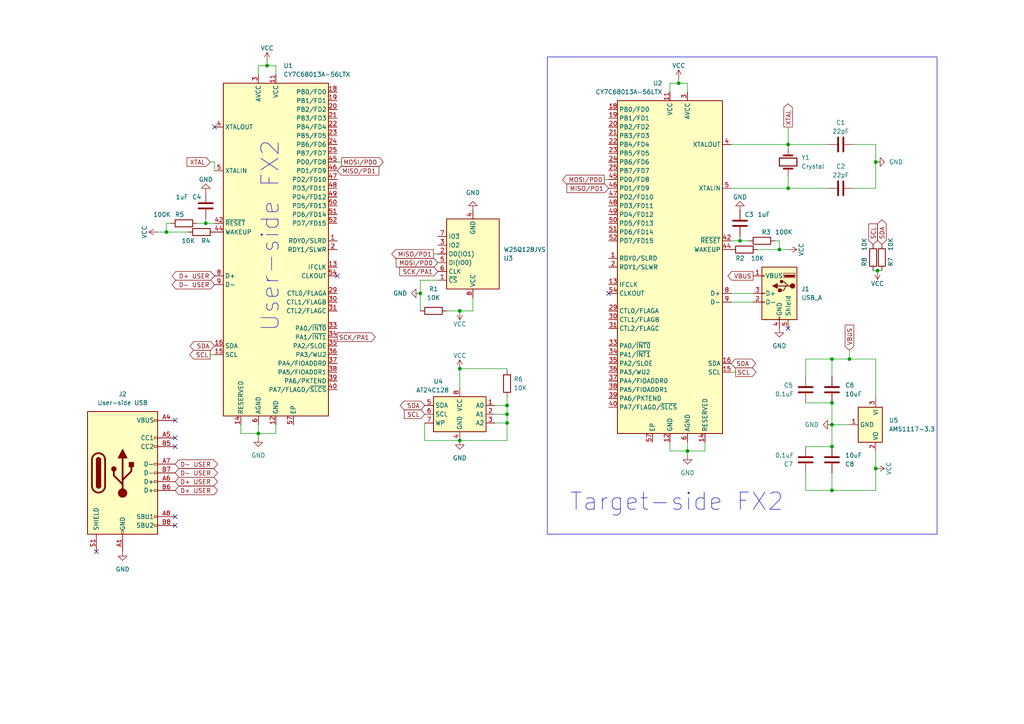
<source format=kicad_sch>
(kicad_sch (version 20230121) (generator eeschema)
  (paper "A4")
  (lib_symbols
    (symbol "Connector:USB_A" (pin_names (offset 1.016))
      (property "Reference" "J" (at -5.08 11.43 0))
      (property "Value" "USB_A" (at -5.08 8.89 0))
      (symbol "USB_A_0_1"
        (rectangle (start -5.08 -7.62) (end 5.08 7.62) (stroke (width 0.254)) (fill (type background)))
        (circle (center -3.81 2.159) (radius 0.635) (stroke (width 0.254)) (fill (type outline)))
        (rectangle (start -1.524 4.826) (end -4.318 5.334) (fill (type outline)))
        (rectangle (start -1.27 4.572) (end -4.572 5.842))
        (circle (center -0.635 3.429) (radius 0.381) (stroke (width 0.254)) (fill (type outline)))
        (rectangle (start -0.127 -7.62) (end 0.127 -6.858))
        (polyline (pts (xy -3.175 2.159) (xy -2.54 2.159) (xy -1.27 3.429) (xy -0.635 3.429)) (stroke (width 0.254)))
        (polyline (pts (xy -2.54 2.159) (xy -1.905 2.159) (xy -1.27 0.889) (xy 0 0.889)) (stroke (width 0.254)))
        (polyline (pts (xy 0.635 2.794) (xy 0.635 1.524) (xy 1.905 2.159) (xy 0.635 2.794)) (stroke (width 0.254)) (fill (type outline)))
        (rectangle (start 0.254 1.27) (end -0.508 0.508) (stroke (width 0.254)) (fill (type outline)))
        (rectangle (start 5.08 -2.667) (end 4.318 -2.413))
        (rectangle (start 5.08 -0.127) (end 4.318 0.127))
        (rectangle (start 5.08 4.953) (end 4.318 5.207))
      )
      (symbol "USB_A_1_1"
        (polyline (pts (xy -1.905 2.159) (xy 0.635 2.159)) (stroke (width 0.254)))
        (pin power_in line (at 7.62 5.08 180) (length 2.54) (name "VBUS") (number "1"))
        (pin bidirectional line (at 7.62 -2.54 180) (length 2.54) (name "D-") (number "2"))
        (pin bidirectional line (at 7.62 0 180) (length 2.54) (name "D+") (number "3"))
        (pin power_in line (at 0 -10.16 90) (length 2.54) (name "GND") (number "4"))
        (pin passive line (at -2.54 -10.16 90) (length 2.54) (name "Shield") (number "5"))
      )
    )
    (symbol "Connector:USB_C_Receptacle_USB2.0" (pin_names (offset 1.016))
      (property "Reference" "J" (at -10.16 19.05 0))
      (property "Value" "USB_C_Receptacle_USB2.0" (at 19.05 19.05 0))
      (symbol "USB_C_Receptacle_USB2.0_0_0"
        (rectangle (start -0.254 -17.78) (end 0.254 -16.764))
        (rectangle (start 10.16 -14.986) (end 9.144 -15.494))
        (rectangle (start 10.16 -12.446) (end 9.144 -12.954))
        (rectangle (start 10.16 -4.826) (end 9.144 -5.334))
        (rectangle (start 10.16 -2.286) (end 9.144 -2.794))
        (rectangle (start 10.16 0.254) (end 9.144 -0.254))
        (rectangle (start 10.16 2.794) (end 9.144 2.286))
        (rectangle (start 10.16 7.874) (end 9.144 7.366))
        (rectangle (start 10.16 10.414) (end 9.144 9.906))
        (rectangle (start 10.16 15.494) (end 9.144 14.986))
      )
      (symbol "USB_C_Receptacle_USB2.0_0_1"
        (rectangle (start -10.16 17.78) (end 10.16 -17.78) (stroke (width 0.254)) (fill (type background)))
        (arc (start -8.89 -3.81) (mid -6.985 -5.7067) (end -5.08 -3.81) (stroke (width 0.508)))
        (arc (start -7.62 -3.81) (mid -6.985 -4.4423) (end -6.35 -3.81) (stroke (width 0.254)))
        (arc (start -7.62 -3.81) (mid -6.985 -4.4423) (end -6.35 -3.81) (stroke (width 0.254)) (fill (type outline)))
        (rectangle (start -7.62 -3.81) (end -6.35 3.81) (stroke (width 0.254)) (fill (type outline)))
        (arc (start -6.35 3.81) (mid -6.985 4.4423) (end -7.62 3.81) (stroke (width 0.254)))
        (arc (start -6.35 3.81) (mid -6.985 4.4423) (end -7.62 3.81) (stroke (width 0.254)) (fill (type outline)))
        (arc (start -5.08 3.81) (mid -6.985 5.7067) (end -8.89 3.81) (stroke (width 0.508)))
        (circle (center -2.54 1.143) (radius 0.635) (stroke (width 0.254)) (fill (type outline)))
        (circle (center 0 -5.842) (radius 1.27) (fill (type outline)))
        (polyline (pts (xy -8.89 -3.81) (xy -8.89 3.81)) (stroke (width 0.508)))
        (polyline (pts (xy -5.08 3.81) (xy -5.08 -3.81)) (stroke (width 0.508)))
        (polyline (pts (xy 0 -5.842) (xy 0 4.318)) (stroke (width 0.508)))
        (polyline (pts (xy 0 -3.302) (xy -2.54 -0.762) (xy -2.54 0.508)) (stroke (width 0.508)))
        (polyline (pts (xy 0 -2.032) (xy 2.54 0.508) (xy 2.54 1.778)) (stroke (width 0.508)))
        (polyline (pts (xy -1.27 4.318) (xy 0 6.858) (xy 1.27 4.318) (xy -1.27 4.318)) (stroke (width 0.254)) (fill (type outline)))
        (rectangle (start 1.905 1.778) (end 3.175 3.048) (stroke (width 0.254)) (fill (type outline)))
      )
      (symbol "USB_C_Receptacle_USB2.0_1_1"
        (pin passive line (at 0 -22.86 90) (length 5.08) (name "GND") (number "A1"))
        (pin passive line (at 0 -22.86 90) (length 5.08) hide (name "GND") (number "A12"))
        (pin passive line (at 15.24 15.24 180) (length 5.08) (name "VBUS") (number "A4"))
        (pin bidirectional line (at 15.24 10.16 180) (length 5.08) (name "CC1") (number "A5"))
        (pin bidirectional line (at 15.24 -2.54 180) (length 5.08) (name "D+") (number "A6"))
        (pin bidirectional line (at 15.24 2.54 180) (length 5.08) (name "D-") (number "A7"))
        (pin bidirectional line (at 15.24 -12.7 180) (length 5.08) (name "SBU1") (number "A8"))
        (pin passive line (at 15.24 15.24 180) (length 5.08) hide (name "VBUS") (number "A9"))
        (pin passive line (at 0 -22.86 90) (length 5.08) hide (name "GND") (number "B1"))
        (pin passive line (at 0 -22.86 90) (length 5.08) hide (name "GND") (number "B12"))
        (pin passive line (at 15.24 15.24 180) (length 5.08) hide (name "VBUS") (number "B4"))
        (pin bidirectional line (at 15.24 7.62 180) (length 5.08) (name "CC2") (number "B5"))
        (pin bidirectional line (at 15.24 -5.08 180) (length 5.08) (name "D+") (number "B6"))
        (pin bidirectional line (at 15.24 0 180) (length 5.08) (name "D-") (number "B7"))
        (pin bidirectional line (at 15.24 -15.24 180) (length 5.08) (name "SBU2") (number "B8"))
        (pin passive line (at 15.24 15.24 180) (length 5.08) hide (name "VBUS") (number "B9"))
        (pin passive line (at -7.62 -22.86 90) (length 5.08) (name "SHIELD") (number "S1"))
      )
    )
    (symbol "Device:C" (pin_numbers hide) (pin_names (offset 0.254))
      (property "Reference" "C" (at 0.635 2.54 0))
      (property "Value" "C" (at 0.635 -2.54 0))
      (symbol "C_0_1"
        (polyline (pts (xy -2.032 -0.762) (xy 2.032 -0.762)) (stroke (width 0.508)))
        (polyline (pts (xy -2.032 0.762) (xy 2.032 0.762)) (stroke (width 0.508)))
      )
      (symbol "C_1_1"
        (pin passive line (at 0 3.81 270) (length 2.794) (name "~") (number "1"))
        (pin passive line (at 0 -3.81 90) (length 2.794) (name "~") (number "2"))
      )
    )
    (symbol "Device:Crystal" (pin_numbers hide) (pin_names (offset 1.016) hide)
      (property "Reference" "Y" (at 0 3.81 0))
      (property "Value" "Crystal" (at 0 -3.81 0))
      (symbol "Crystal_0_1"
        (rectangle (start -1.143 2.54) (end 1.143 -2.54) (stroke (width 0.3048)))
        (polyline (pts (xy -2.54 0) (xy -1.905 0)))
        (polyline (pts (xy -1.905 -1.27) (xy -1.905 1.27)) (stroke (width 0.508)))
        (polyline (pts (xy 1.905 -1.27) (xy 1.905 1.27)) (stroke (width 0.508)))
        (polyline (pts (xy 2.54 0) (xy 1.905 0)))
      )
      (symbol "Crystal_1_1"
        (pin passive line (at -3.81 0 0) (length 1.27) (name "1") (number "1"))
        (pin passive line (at 3.81 0 180) (length 1.27) (name "2") (number "2"))
      )
    )
    (symbol "Device:R" (pin_numbers hide) (pin_names (offset 0))
      (property "Reference" "R" (at 2.032 0 90))
      (property "Value" "R" (at 0 0 90))
      (symbol "R_0_1"
        (rectangle (start -1.016 -2.54) (end 1.016 2.54) (stroke (width 0.254)))
      )
      (symbol "R_1_1"
        (pin passive line (at 0 3.81 270) (length 1.27) (name "~") (number "1"))
        (pin passive line (at 0 -3.81 90) (length 1.27) (name "~") (number "2"))
      )
    )
    (symbol "MCU_Cypress:CY7C68013A-56LTX"
      (property "Reference" "U" (at -13.97 49.53 0))
      (property "Value" "CY7C68013A-56LTX" (at 11.43 49.53 0))
      (symbol "CY7C68013A-56LTX_0_1"
        (rectangle (start -15.24 48.26) (end 15.24 -48.26) (stroke (width 0.254)) (fill (type background)))
      )
      (symbol "CY7C68013A-56LTX_1_1"
        (pin input line (at 17.78 2.54 180) (length 2.54) (name "RDY0/SLRD") (number "1"))
        (pin passive line (at -5.08 -50.8 90) (length 2.54) hide (name "AGND") (number "10"))
        (pin power_in line (at 0 50.8 270) (length 2.54) (name "VCC") (number "11"))
        (pin power_in line (at 0 -50.8 90) (length 2.54) (name "GND") (number "12"))
        (pin bidirectional line (at 17.78 -5.08 180) (length 2.54) (name "IFCLK") (number "13"))
        (pin input line (at -10.16 -50.8 90) (length 2.54) (name "RESERVED") (number "14"))
        (pin input line (at -17.78 -30.48 0) (length 2.54) (name "SCL") (number "15"))
        (pin bidirectional line (at -17.78 -27.94 0) (length 2.54) (name "SDA") (number "16"))
        (pin passive line (at 0 50.8 270) (length 2.54) hide (name "VCC") (number "17"))
        (pin bidirectional line (at 17.78 45.72 180) (length 2.54) (name "PB0/FD0") (number "18"))
        (pin bidirectional line (at 17.78 43.18 180) (length 2.54) (name "PB1/FD1") (number "19"))
        (pin input line (at 17.78 0 180) (length 2.54) (name "RDY1/SLWR") (number "2"))
        (pin bidirectional line (at 17.78 40.64 180) (length 2.54) (name "PB2/FD2") (number "20"))
        (pin bidirectional line (at 17.78 38.1 180) (length 2.54) (name "PB3/FD3") (number "21"))
        (pin bidirectional line (at 17.78 35.56 180) (length 2.54) (name "PB4/FD4") (number "22"))
        (pin bidirectional line (at 17.78 33.02 180) (length 2.54) (name "PB5/FD5") (number "23"))
        (pin bidirectional line (at 17.78 30.48 180) (length 2.54) (name "PB6/FD6") (number "24"))
        (pin bidirectional line (at 17.78 27.94 180) (length 2.54) (name "PB7/FD7") (number "25"))
        (pin passive line (at 0 -50.8 90) (length 2.54) hide (name "GND") (number "26"))
        (pin passive line (at 0 50.8 270) (length 2.54) hide (name "VCC") (number "27"))
        (pin passive line (at 0 -50.8 90) (length 2.54) hide (name "GND") (number "28"))
        (pin output line (at 17.78 -12.7 180) (length 2.54) (name "CTL0/FLAGA") (number "29"))
        (pin power_in line (at -5.08 50.8 270) (length 2.54) (name "AVCC") (number "3"))
        (pin output line (at 17.78 -15.24 180) (length 2.54) (name "CTL1/FLAGB") (number "30"))
        (pin output line (at 17.78 -17.78 180) (length 2.54) (name "CTL2/FLAGC") (number "31"))
        (pin passive line (at 0 50.8 270) (length 2.54) hide (name "VCC") (number "32"))
        (pin bidirectional line (at 17.78 -22.86 180) (length 2.54) (name "PA0/~{INT0}") (number "33"))
        (pin bidirectional line (at 17.78 -25.4 180) (length 2.54) (name "PA1/~{INT1}") (number "34"))
        (pin bidirectional line (at 17.78 -27.94 180) (length 2.54) (name "PA2/SLOE") (number "35"))
        (pin bidirectional line (at 17.78 -30.48 180) (length 2.54) (name "PA3/WU2") (number "36"))
        (pin bidirectional line (at 17.78 -33.02 180) (length 2.54) (name "PA4/FIOADDR0") (number "37"))
        (pin bidirectional line (at 17.78 -35.56 180) (length 2.54) (name "PA5/FIOADDR1") (number "38"))
        (pin bidirectional line (at 17.78 -38.1 180) (length 2.54) (name "PA6/PKTEND") (number "39"))
        (pin output line (at -17.78 35.56 0) (length 2.54) (name "XTALOUT") (number "4"))
        (pin bidirectional line (at 17.78 -40.64 180) (length 2.54) (name "PA7/FLAGD/~{SLCS}") (number "40"))
        (pin passive line (at 0 -50.8 90) (length 2.54) hide (name "GND") (number "41"))
        (pin input line (at -17.78 7.62 0) (length 2.54) (name "~{RESET}") (number "42"))
        (pin passive line (at 0 50.8 270) (length 2.54) hide (name "VCC") (number "43"))
        (pin input line (at -17.78 5.08 0) (length 2.54) (name "WAKEUP") (number "44"))
        (pin bidirectional line (at 17.78 25.4 180) (length 2.54) (name "PD0/FD8") (number "45"))
        (pin bidirectional line (at 17.78 22.86 180) (length 2.54) (name "PD1/FD9") (number "46"))
        (pin bidirectional line (at 17.78 20.32 180) (length 2.54) (name "PD2/FD10") (number "47"))
        (pin bidirectional line (at 17.78 17.78 180) (length 2.54) (name "PD3/FD11") (number "48"))
        (pin bidirectional line (at 17.78 15.24 180) (length 2.54) (name "PD4/FD12") (number "49"))
        (pin input line (at -17.78 22.86 0) (length 2.54) (name "XTALIN") (number "5"))
        (pin bidirectional line (at 17.78 12.7 180) (length 2.54) (name "PD5/FD13") (number "50"))
        (pin bidirectional line (at 17.78 10.16 180) (length 2.54) (name "PD6/FD14") (number "51"))
        (pin bidirectional line (at 17.78 7.62 180) (length 2.54) (name "PD7/FD15") (number "52"))
        (pin passive line (at 0 -50.8 90) (length 2.54) hide (name "GND") (number "53"))
        (pin output line (at 17.78 -7.62 180) (length 2.54) (name "CLKOUT") (number "54"))
        (pin passive line (at 0 50.8 270) (length 2.54) hide (name "VCC") (number "55"))
        (pin passive line (at 0 -50.8 90) (length 2.54) hide (name "GND") (number "56"))
        (pin input line (at 5.08 -50.8 90) (length 2.54) (name "EP") (number "57"))
        (pin power_in line (at -5.08 -50.8 90) (length 2.54) (name "AGND") (number "6"))
        (pin passive line (at -5.08 50.8 270) (length 2.54) hide (name "AVCC") (number "7"))
        (pin bidirectional line (at -17.78 -7.62 0) (length 2.54) (name "D+") (number "8"))
        (pin bidirectional line (at -17.78 -10.16 0) (length 2.54) (name "D-") (number "9"))
      )
    )
    (symbol "Memory_EEPROM:CAT24C128"
      (property "Reference" "U" (at -6.35 6.35 0))
      (property "Value" "CAT24C128" (at 1.27 6.35 0))
      (symbol "CAT24C128_1_1"
        (rectangle (start -7.62 5.08) (end 7.62 -5.08) (stroke (width 0.254)) (fill (type background)))
        (pin input line (at -10.16 2.54 0) (length 2.54) (name "A0") (number "1"))
        (pin input line (at -10.16 0 0) (length 2.54) (name "A1") (number "2"))
        (pin input line (at -10.16 -2.54 0) (length 2.54) (name "A2") (number "3"))
        (pin power_in line (at 0 -7.62 90) (length 2.54) (name "GND") (number "4"))
        (pin bidirectional line (at 10.16 2.54 180) (length 2.54) (name "SDA") (number "5"))
        (pin input line (at 10.16 0 180) (length 2.54) (name "SCL") (number "6"))
        (pin input line (at 10.16 -2.54 180) (length 2.54) (name "WP") (number "7"))
        (pin power_in line (at 0 7.62 270) (length 2.54) (name "VCC") (number "8"))
      )
    )
    (symbol "Memory_Flash:W25Q128JVS"
      (property "Reference" "U" (at -8.89 8.89 0))
      (property "Value" "W25Q128JVS" (at 7.62 8.89 0))
      (symbol "W25Q128JVS_0_1"
        (rectangle (start -7.62 10.16) (end 7.62 -10.16) (stroke (width 0.254)) (fill (type background)))
      )
      (symbol "W25Q128JVS_1_1"
        (pin input line (at -10.16 7.62 0) (length 2.54) (name "~{CS}") (number "1"))
        (pin bidirectional line (at -10.16 0 0) (length 2.54) (name "DO(IO1)") (number "2"))
        (pin bidirectional line (at -10.16 -2.54 0) (length 2.54) (name "IO2") (number "3"))
        (pin power_in line (at 0 -12.7 90) (length 2.54) (name "GND") (number "4"))
        (pin bidirectional line (at -10.16 2.54 0) (length 2.54) (name "DI(IO0)") (number "5"))
        (pin input line (at -10.16 5.08 0) (length 2.54) (name "CLK") (number "6"))
        (pin bidirectional line (at -10.16 -5.08 0) (length 2.54) (name "IO3") (number "7"))
        (pin power_in line (at 0 12.7 270) (length 2.54) (name "VCC") (number "8"))
      )
    )
    (symbol "Regulator_Linear:AMS1117-3.3"
      (property "Reference" "U" (at -3.81 3.175 0))
      (property "Value" "AMS1117-3.3" (at 0 3.175 0))
      (symbol "AMS1117-3.3_0_1"
        (rectangle (start -5.08 -5.08) (end 5.08 1.905) (stroke (width 0.254)) (fill (type background)))
      )
      (symbol "AMS1117-3.3_1_1"
        (pin power_in line (at 0 -7.62 90) (length 2.54) (name "GND") (number "1"))
        (pin power_out line (at 7.62 0 180) (length 2.54) (name "VO") (number "2"))
        (pin power_in line (at -7.62 0 0) (length 2.54) (name "VI") (number "3"))
      )
    )
    (symbol "power:GND" (power) (pin_names (offset 0))
      (property "Value" "GND" (at 0 -3.81 0))
      (symbol "GND_0_1"
        (polyline (pts (xy 0 0) (xy 0 -1.27) (xy 1.27 -1.27) (xy 0 -2.54) (xy -1.27 -1.27) (xy 0 -1.27)))
      )
      (symbol "GND_1_1"
        (pin power_in line (at 0 0 270) (length 0) hide (name "GND") (number "1"))
      )
    )
    (symbol "power:VCC" (power) (pin_names (offset 0))
      (property "Value" "VCC" (at 0 3.81 0))
      (symbol "VCC_0_1"
        (polyline (pts (xy -0.762 1.27) (xy 0 2.54)))
        (polyline (pts (xy 0 0) (xy 0 2.54)))
        (polyline (pts (xy 0 2.54) (xy 0.762 1.27)))
      )
      (symbol "VCC_1_1"
        (pin power_in line (at 0 0 90) (length 0) hide (name "VCC") (number "1"))
      )
    )
  )
  (junction (at 254.508 78.486))
  (junction (at 241.3 142.24))
  (junction (at 133.35 127.762))
  (junction (at 241.3 129.54))
  (junction (at 48.26 67.31))
  (junction (at 254 46.99))
  (junction (at 147.066 122.682))
  (junction (at 133.35 90.17))
  (junction (at 133.35 106.934))
  (junction (at 228.6 41.91))
  (junction (at 228.6 54.61))
  (junction (at 147.066 120.142))
  (junction (at 241.3 123.19))
  (junction (at 246.38 104.14))
  (junction (at 121.92 85.09))
  (junction (at 226.06 72.39))
  (junction (at 241.3 104.14))
  (junction (at 147.066 117.602))
  (junction (at 254 135.89))
  (junction (at 196.85 24.13))
  (junction (at 59.69 64.77))
  (junction (at 199.39 130.81))
  (junction (at 74.93 125.73))
  (junction (at 214.63 69.85))
  (junction (at 241.3 116.84))
  (junction (at 77.47 19.05))
  (no_connect (at 176.53 85.09))
  (no_connect (at 50.8 149.86))
  (no_connect (at 97.79 80.01))
  (no_connect (at 228.6 95.25))
  (no_connect (at 50.8 129.54))
  (no_connect (at 50.8 152.4))
  (no_connect (at 50.8 121.92))
  (no_connect (at 62.23 36.83))
  (no_connect (at 27.94 160.02))
  (no_connect (at 50.8 127))
  (wire (pts (xy 241.3 142.24) (xy 241.3 137.16)))
  (wire (pts (xy 59.69 63.5) (xy 59.69 64.77)))
  (wire (pts (xy 214.63 68.58) (xy 214.63 69.85)))
  (wire (pts (xy 254 142.24) (xy 254 135.89)))
  (wire (pts (xy 196.85 22.86) (xy 196.85 24.13)))
  (wire (pts (xy 143.51 120.142) (xy 147.066 120.142)))
  (wire (pts (xy 241.3 123.19) (xy 246.38 123.19)))
  (wire (pts (xy 121.92 85.09) (xy 121.92 81.28)))
  (wire (pts (xy 62.23 46.99) (xy 62.23 49.53)))
  (wire (pts (xy 228.6 41.91) (xy 240.03 41.91)))
  (wire (pts (xy 254 135.89) (xy 254 130.81)))
  (wire (pts (xy 129.54 90.17) (xy 133.35 90.17)))
  (wire (pts (xy 233.68 142.24) (xy 241.3 142.24)))
  (wire (pts (xy 246.38 101.6) (xy 246.38 104.14)))
  (wire (pts (xy 123.19 122.682) (xy 123.19 127.762)))
  (wire (pts (xy 228.6 36.83) (xy 228.6 41.91)))
  (wire (pts (xy 54.61 67.31) (xy 48.26 67.31)))
  (wire (pts (xy 254.508 78.486) (xy 255.778 78.486)))
  (wire (pts (xy 213.36 107.95) (xy 212.09 107.95)))
  (wire (pts (xy 241.3 129.54) (xy 241.3 123.19)))
  (wire (pts (xy 233.68 104.14) (xy 241.3 104.14)))
  (wire (pts (xy 77.47 17.78) (xy 77.47 19.05)))
  (wire (pts (xy 199.39 130.81) (xy 199.39 132.08)))
  (wire (pts (xy 199.39 24.13) (xy 199.39 26.67)))
  (wire (pts (xy 194.31 130.81) (xy 199.39 130.81)))
  (wire (pts (xy 133.35 90.17) (xy 137.16 90.17)))
  (wire (pts (xy 194.31 128.27) (xy 194.31 130.81)))
  (wire (pts (xy 60.96 102.87) (xy 62.23 102.87)))
  (wire (pts (xy 241.3 116.84) (xy 241.3 123.19)))
  (wire (pts (xy 254 54.61) (xy 247.65 54.61)))
  (wire (pts (xy 176.53 52.07) (xy 175.26 52.07)))
  (wire (pts (xy 74.93 125.73) (xy 74.93 127)))
  (wire (pts (xy 228.6 54.61) (xy 212.09 54.61)))
  (wire (pts (xy 80.01 125.73) (xy 74.93 125.73)))
  (wire (pts (xy 123.19 127.762) (xy 133.35 127.762)))
  (wire (pts (xy 241.3 104.14) (xy 241.3 109.22)))
  (wire (pts (xy 74.93 19.05) (xy 74.93 21.59)))
  (wire (pts (xy 59.69 64.77) (xy 57.15 64.77)))
  (wire (pts (xy 254 46.99) (xy 254 54.61)))
  (wire (pts (xy 77.47 19.05) (xy 80.01 19.05)))
  (wire (pts (xy 246.38 104.14) (xy 241.3 104.14)))
  (wire (pts (xy 48.26 67.31) (xy 45.72 67.31)))
  (wire (pts (xy 121.92 81.28) (xy 127 81.28)))
  (wire (pts (xy 233.68 116.84) (xy 241.3 116.84)))
  (wire (pts (xy 214.63 69.85) (xy 217.17 69.85)))
  (wire (pts (xy 254 41.91) (xy 254 46.99)))
  (wire (pts (xy 247.65 41.91) (xy 254 41.91)))
  (wire (pts (xy 143.51 117.602) (xy 147.066 117.602)))
  (wire (pts (xy 80.01 123.19) (xy 80.01 125.73)))
  (wire (pts (xy 125.73 73.66) (xy 127 73.66)))
  (wire (pts (xy 133.35 106.934) (xy 147.066 106.934)))
  (wire (pts (xy 80.01 19.05) (xy 80.01 21.59)))
  (wire (pts (xy 254 104.14) (xy 254 115.57)))
  (wire (pts (xy 69.85 123.19) (xy 69.85 125.73)))
  (wire (pts (xy 147.066 127.762) (xy 147.066 122.682)))
  (wire (pts (xy 48.26 64.77) (xy 48.26 67.31)))
  (wire (pts (xy 69.85 125.73) (xy 74.93 125.73)))
  (wire (pts (xy 133.35 106.934) (xy 133.35 112.522)))
  (wire (pts (xy 74.93 123.19) (xy 74.93 125.73)))
  (wire (pts (xy 233.68 104.14) (xy 233.68 109.22)))
  (wire (pts (xy 246.38 104.14) (xy 254 104.14)))
  (wire (pts (xy 49.53 64.77) (xy 48.26 64.77)))
  (wire (pts (xy 147.066 107.442) (xy 147.066 106.934)))
  (wire (pts (xy 194.31 24.13) (xy 194.31 26.67)))
  (wire (pts (xy 212.09 87.63) (xy 218.44 87.63)))
  (wire (pts (xy 233.68 129.54) (xy 241.3 129.54)))
  (wire (pts (xy 133.35 127.762) (xy 147.066 127.762)))
  (wire (pts (xy 143.51 122.682) (xy 147.066 122.682)))
  (wire (pts (xy 60.96 46.99) (xy 62.23 46.99)))
  (wire (pts (xy 212.09 85.09) (xy 218.44 85.09)))
  (wire (pts (xy 121.92 90.17) (xy 121.92 85.09)))
  (wire (pts (xy 228.6 43.18) (xy 228.6 41.91)))
  (wire (pts (xy 212.09 41.91) (xy 228.6 41.91)))
  (wire (pts (xy 204.47 130.81) (xy 199.39 130.81)))
  (wire (pts (xy 226.06 72.39) (xy 228.6 72.39)))
  (wire (pts (xy 147.066 115.062) (xy 147.066 117.602)))
  (wire (pts (xy 241.3 142.24) (xy 254 142.24)))
  (wire (pts (xy 226.06 69.85) (xy 226.06 72.39)))
  (wire (pts (xy 147.066 122.682) (xy 147.066 120.142)))
  (wire (pts (xy 228.6 54.61) (xy 240.03 54.61)))
  (wire (pts (xy 147.066 120.142) (xy 147.066 117.602)))
  (wire (pts (xy 62.23 64.77) (xy 59.69 64.77)))
  (wire (pts (xy 224.79 69.85) (xy 226.06 69.85)))
  (wire (pts (xy 196.85 24.13) (xy 194.31 24.13)))
  (wire (pts (xy 204.47 128.27) (xy 204.47 130.81)))
  (wire (pts (xy 233.68 142.24) (xy 233.68 137.16)))
  (wire (pts (xy 137.16 86.36) (xy 137.16 90.17)))
  (wire (pts (xy 228.6 50.8) (xy 228.6 54.61)))
  (wire (pts (xy 253.238 78.486) (xy 254.508 78.486)))
  (wire (pts (xy 196.85 24.13) (xy 199.39 24.13)))
  (wire (pts (xy 77.47 19.05) (xy 74.93 19.05)))
  (wire (pts (xy 219.71 72.39) (xy 226.06 72.39)))
  (wire (pts (xy 97.79 46.99) (xy 99.06 46.99)))
  (wire (pts (xy 199.39 128.27) (xy 199.39 130.81)))
  (wire (pts (xy 212.09 69.85) (xy 214.63 69.85)))
  (rectangle (start 158.75 16.51) (end 271.78 154.94))
  (text "User-side FX2" (at 81.28 96.52 90) (effects (font (size 5 5)) (justify left bottom)))
  (text "Target-side FX2" (at 165.1 148.59 0) (effects (font (size 5 5)) (justify left bottom)))
  (global_label "SCL" (shape output) (at 60.96 102.87 180) (property "Intersheetrefs" "${INTERSHEET_REFS}" (effects hide)))
  (global_label "SDA" (shape bidirectional) (at 123.19 117.602 180) (property "Intersheetrefs" "${INTERSHEET_REFS}" (effects hide)))
  (global_label "SDA" (shape bidirectional) (at 212.09 105.41 0) (property "Intersheetrefs" "${INTERSHEET_REFS}" (effects hide)))
  (global_label "MISO{slash}PD1" (shape output) (at 125.73 73.66 180) (property "Intersheetrefs" "${INTERSHEET_REFS}" (effects hide)))
  (global_label "VBUS" (shape input) (at 246.38 101.6 90) (property "Intersheetrefs" "${INTERSHEET_REFS}" (effects hide)))
  (global_label "D+ USER" (shape bidirectional) (at 62.23 80.01 180) (property "Intersheetrefs" "${INTERSHEET_REFS}" (effects hide)))
  (global_label "D+ USER" (shape bidirectional) (at 50.8 139.7 0) (property "Intersheetrefs" "${INTERSHEET_REFS}" (effects hide)))
  (global_label "D- USER" (shape bidirectional) (at 50.8 134.62 0) (property "Intersheetrefs" "${INTERSHEET_REFS}" (effects hide)))
  (global_label "SCL" (shape input) (at 123.19 120.142 180) (property "Intersheetrefs" "${INTERSHEET_REFS}" (effects hide)))
  (global_label "MISO{slash}PD1" (shape input) (at 176.53 54.61 180) (property "Intersheetrefs" "${INTERSHEET_REFS}" (effects hide)))
  (global_label "SCK{slash}PA1" (shape input) (at 127 78.74 180) (property "Intersheetrefs" "${INTERSHEET_REFS}" (effects hide)))
  (global_label "D- USER" (shape bidirectional) (at 62.23 82.55 180) (property "Intersheetrefs" "${INTERSHEET_REFS}" (effects hide)))
  (global_label "SCL" (shape input) (at 253.238 70.866 90) (property "Intersheetrefs" "${INTERSHEET_REFS}" (effects hide)))
  (global_label "MISO{slash}PD1" (shape input) (at 97.79 49.53 0) (property "Intersheetrefs" "${INTERSHEET_REFS}" (effects hide)))
  (global_label "D+ USER" (shape bidirectional) (at 50.8 142.24 0) (property "Intersheetrefs" "${INTERSHEET_REFS}" (effects hide)))
  (global_label "MOSI{slash}PD0" (shape output) (at 99.06 46.99 0) (property "Intersheetrefs" "${INTERSHEET_REFS}" (effects hide)))
  (global_label "MOSI{slash}PD0" (shape output) (at 175.26 52.07 180) (property "Intersheetrefs" "${INTERSHEET_REFS}" (effects hide)))
  (global_label "MOSI{slash}PD0" (shape input) (at 127 76.2 180) (property "Intersheetrefs" "${INTERSHEET_REFS}" (effects hide)))
  (global_label "VBUS" (shape output) (at 218.44 80.01 180) (property "Intersheetrefs" "${INTERSHEET_REFS}" (effects hide)))
  (global_label "D- USER" (shape bidirectional) (at 50.8 137.16 0) (property "Intersheetrefs" "${INTERSHEET_REFS}" (effects hide)))
  (global_label "XTAL" (shape input) (at 60.96 46.99 180) (property "Intersheetrefs" "${INTERSHEET_REFS}" (effects hide)))
  (global_label "XTAL" (shape output) (at 228.6 36.83 90) (property "Intersheetrefs" "${INTERSHEET_REFS}" (effects hide)))
  (global_label "SCK{slash}PA1" (shape output) (at 97.79 97.79 0) (property "Intersheetrefs" "${INTERSHEET_REFS}" (effects hide)))
  (global_label "SDA" (shape bidirectional) (at 255.778 70.866 90) (property "Intersheetrefs" "${INTERSHEET_REFS}" (effects hide)))
  (global_label "SCL" (shape output) (at 213.36 107.95 0) (property "Intersheetrefs" "${INTERSHEET_REFS}" (effects hide)))
  (global_label "SDA" (shape bidirectional) (at 62.23 100.33 180) (property "Intersheetrefs" "${INTERSHEET_REFS}" (effects hide)))
  (symbol (lib_id "Device:Crystal") (at 228.6 46.99 90) (unit 1)
    (property "Reference" "Y1" (at 232.41 45.72 90) (effects (justify right)))
    (property "Value" "Crystal" (at 232.41 48.26 90) (effects (justify right)))
  )
  (symbol (lib_id "Regulator_Linear:AMS1117-3.3") (at 254 123.19 270) (unit 1)
    (property "Reference" "U5" (at 257.81 121.92 90) (effects (justify left)))
    (property "Value" "AMS1117-3.3" (at 257.81 124.46 90) (effects (justify left)))
    (property "Footprint" "Package_TO_SOT_SMD:SOT-223-3_TabPin2" (effects hide))
    (property "Datasheet" "http://www.advanced-monolithic.com/pdf/ds1117.pdf" (effects hide))
  )
  (symbol (lib_id "power:GND") (at 241.3 123.19 270) (unit 1)
    (property "Reference" "#PWR017" (effects hide))
    (property "Value" "GND" (at 237.49 123.19 90) (effects (justify right)))
  )
  (symbol (lib_id "MCU_Cypress:CY7C68013A-56LTX") (at 80.01 72.39 0) (unit 1)
    (property "Reference" "U1" (at 82.2041 19.05 0) (effects (justify left)))
    (property "Value" "CY7C68013A-56LTX" (at 82.2041 21.59 0) (effects (justify left)))
    (property "Footprint" "Package_DFN_QFN:QFN-56-1EP_8x8mm_P0.5mm_EP4.5x5.2mm_ThermalVias_TopTented" (effects hide))
    (property "Datasheet" "http://www.cypress.com/file/138911/download" (effects hide))
  )
  (symbol (lib_id "power:VCC") (at 133.35 90.17 0) (mirror x) (unit 1)
    (property "Reference" "#PWR03" (effects hide))
    (property "Value" "VCC" (at 133.35 93.98 0))
  )
  (symbol (lib_id "Device:R") (at 147.066 111.252 180) (unit 1)
    (property "Reference" "R6" (at 148.971 109.982 0) (effects (justify right)))
    (property "Value" "10K" (at 148.971 112.522 0) (effects (justify right)))
  )
  (symbol (lib_id "Device:C") (at 241.3 133.35 0) (mirror y) (unit 1)
    (property "Reference" "C8" (at 245.11 134.62 0) (effects (justify right)))
    (property "Value" "10uF" (at 245.11 132.08 0) (effects (justify right)))
  )
  (symbol (lib_id "power:GND") (at 121.92 85.09 270) (unit 1)
    (property "Reference" "#PWR07" (effects hide))
    (property "Value" "GND" (at 118.11 85.09 90) (effects (justify right)))
  )
  (symbol (lib_id "power:GND") (at 226.06 95.25 0) (unit 1)
    (property "Reference" "#PWR013" (effects hide))
    (property "Value" "GND" (at 226.06 100.33 0))
  )
  (symbol (lib_id "power:GND") (at 59.69 55.88 0) (mirror x) (unit 1)
    (property "Reference" "#PWR011" (effects hide))
    (property "Value" "GND" (at 59.69 52.07 0))
  )
  (symbol (lib_id "power:VCC") (at 228.6 72.39 270) (unit 1)
    (property "Reference" "#PWR08" (effects hide))
    (property "Value" "VCC" (at 232.41 72.39 0))
  )
  (symbol (lib_id "Device:C") (at 214.63 64.77 0) (unit 1)
    (property "Reference" "C3" (at 215.9 62.23 0) (effects (justify left)))
    (property "Value" "1uF" (at 219.71 62.23 0) (effects (justify left)))
  )
  (symbol (lib_id "power:VCC") (at 77.47 17.78 0) (unit 1)
    (property "Reference" "#PWR05" (effects hide))
    (property "Value" "VCC" (at 77.47 13.97 0))
  )
  (symbol (lib_id "power:GND") (at 137.16 60.96 180) (unit 1)
    (property "Reference" "#PWR06" (effects hide))
    (property "Value" "GND" (at 137.16 55.88 0))
  )
  (symbol (lib_id "Device:R") (at 220.98 69.85 270) (mirror x) (unit 1)
    (property "Reference" "R3" (at 222.25 67.31 90))
    (property "Value" "100K" (at 227.33 67.31 90))
  )
  (symbol (lib_id "Device:C") (at 243.84 54.61 270) (unit 1)
    (property "Reference" "C2" (at 243.84 48.26 90))
    (property "Value" "22pF" (at 243.84 50.8 90))
  )
  (symbol (lib_id "power:GND") (at 74.93 127 0) (unit 1)
    (property "Reference" "#PWR04" (effects hide))
    (property "Value" "GND" (at 74.93 132.08 0))
  )
  (symbol (lib_id "Device:R") (at 215.9 72.39 270) (unit 1)
    (property "Reference" "R2" (at 214.63 74.93 90))
    (property "Value" "10K" (at 219.71 74.93 90))
  )
  (symbol (lib_id "Device:R") (at 58.42 67.31 90) (mirror x) (unit 1)
    (property "Reference" "R4" (at 59.69 69.85 90))
    (property "Value" "10K" (at 54.61 69.85 90))
  )
  (symbol (lib_id "MCU_Cypress:CY7C68013A-56LTX") (at 194.31 77.47 0) (mirror y) (unit 1)
    (property "Reference" "U2" (at 192.1159 24.13 0) (effects (justify left)))
    (property "Value" "CY7C68013A-56LTX" (at 192.1159 26.67 0) (effects (justify left)))
    (property "Footprint" "Package_DFN_QFN:QFN-56-1EP_8x8mm_P0.5mm_EP4.5x5.2mm_ThermalVias_TopTented" (effects hide))
    (property "Datasheet" "http://www.cypress.com/file/138911/download" (effects hide))
  )
  (symbol (lib_id "power:VCC") (at 133.35 106.934 0) (mirror y) (unit 1)
    (property "Reference" "#PWR015" (effects hide))
    (property "Value" "VCC" (at 133.35 103.124 0))
  )
  (symbol (lib_id "Connector:USB_C_Receptacle_USB2.0") (at 35.56 137.16 0) (unit 1)
    (property "Reference" "J2" (at 35.56 114.3 0))
    (property "Value" "User-side USB" (at 35.56 116.84 0))
    (property "Datasheet" "https://www.usb.org/sites/default/files/documents/usb_type-c.zip" (effects hide))
  )
  (symbol (lib_id "power:VCC") (at 254.508 78.486 180) (unit 1)
    (property "Reference" "#PWR019" (effects hide))
    (property "Value" "VCC" (at 254.508 82.296 0))
  )
  (symbol (lib_id "power:GND") (at 35.56 160.02 0) (unit 1)
    (property "Reference" "#PWR014" (effects hide))
    (property "Value" "GND" (at 35.56 165.1 0))
  )
  (symbol (lib_id "Memory_Flash:W25Q128JVS") (at 137.16 73.66 0) (mirror x) (unit 1)
    (property "Reference" "U3" (at 146.05 74.93 0) (effects (justify left)))
    (property "Value" "W25Q128JVS" (at 146.05 72.39 0) (effects (justify left)))
    (property "Footprint" "Package_SON:WSON-8-1EP_6x5mm_P1.27mm_EP3.4x4mm" (effects hide))
    (property "Datasheet" "http://www.winbond.com/resource-files/w25q128jv_dtr%20revc%2003272018%20plus.pdf" (effects hide))
  )
  (symbol (lib_id "Device:C") (at 233.68 113.03 180) (unit 1)
    (property "Reference" "C5" (at 227.33 111.76 0) (effects (justify right)))
    (property "Value" "0.1uF" (at 224.79 114.3 0) (effects (justify right)))
  )
  (symbol (lib_id "Device:R") (at 53.34 64.77 90) (unit 1)
    (property "Reference" "R5" (at 52.07 62.23 90))
    (property "Value" "100K" (at 46.99 62.23 90))
  )
  (symbol (lib_id "power:GND") (at 214.63 60.96 180) (unit 1)
    (property "Reference" "#PWR09" (effects hide))
    (property "Value" "GND" (at 214.63 57.15 0))
  )
  (symbol (lib_id "Device:C") (at 233.68 133.35 0) (mirror y) (unit 1)
    (property "Reference" "C7" (at 227.33 134.62 0) (effects (justify right)))
    (property "Value" "0.1uF" (at 224.79 132.08 0) (effects (justify right)))
  )
  (symbol (lib_id "power:VCC") (at 45.72 67.31 90) (mirror x) (unit 1)
    (property "Reference" "#PWR012" (effects hide))
    (property "Value" "VCC" (at 41.91 67.31 0))
  )
  (symbol (lib_id "Device:C") (at 59.69 59.69 0) (mirror y) (unit 1)
    (property "Reference" "C4" (at 58.42 57.15 0) (effects (justify left)))
    (property "Value" "1uF" (at 54.61 57.15 0) (effects (justify left)))
  )
  (symbol (lib_id "Device:C") (at 241.3 113.03 180) (unit 1)
    (property "Reference" "C6" (at 245.11 111.76 0) (effects (justify right)))
    (property "Value" "10uF" (at 245.11 114.3 0) (effects (justify right)))
  )
  (symbol (lib_id "power:GND") (at 254 46.99 90) (unit 1)
    (property "Reference" "#PWR01" (effects hide))
    (property "Value" "GND" (at 257.81 46.99 90) (effects (justify right)))
  )
  (symbol (lib_id "Device:R") (at 255.778 74.676 0) (unit 1)
    (property "Reference" "R7" (at 258.318 75.946 90))
    (property "Value" "10K" (at 258.318 70.866 90))
  )
  (symbol (lib_id "Device:C") (at 243.84 41.91 270) (unit 1)
    (property "Reference" "C1" (at 243.84 35.56 90))
    (property "Value" "22pF" (at 243.84 38.1 90))
  )
  (symbol (lib_id "Memory_EEPROM:CAT24C128") (at 133.35 120.142 0) (mirror y) (unit 1)
    (property "Reference" "U4" (at 125.73 110.617 0) (effects (justify right)))
    (property "Value" "AT24C128" (at 120.65 113.157 0) (effects (justify right)))
    (property "Datasheet" "https://www.onsemi.com/pub/Collateral/CAT24C128-D.PDF" (effects hide))
  )
  (symbol (lib_id "Device:R") (at 253.238 74.676 0) (mirror y) (unit 1)
    (property "Reference" "R8" (at 250.698 75.946 90))
    (property "Value" "10K" (at 250.698 70.866 90))
  )
  (symbol (lib_id "power:VCC") (at 196.85 22.86 0) (unit 1)
    (property "Reference" "#PWR02" (effects hide))
    (property "Value" "VCC" (at 196.85 19.05 0))
  )
  (symbol (lib_id "power:GND") (at 199.39 132.08 0) (unit 1)
    (property "Reference" "#PWR010" (effects hide))
    (property "Value" "GND" (at 199.39 137.16 0))
  )
  (symbol (lib_id "power:GND") (at 133.35 127.762 0) (mirror y) (unit 1)
    (property "Reference" "#PWR016" (effects hide))
    (property "Value" "GND" (at 133.35 132.842 0))
  )
  (symbol (lib_id "power:VCC") (at 254 135.89 270) (unit 1)
    (property "Reference" "#PWR018" (effects hide))
    (property "Value" "VCC" (at 257.81 135.89 0))
  )
  (symbol (lib_id "Connector:USB_A") (at 226.06 85.09 0) (mirror y) (unit 1)
    (property "Reference" "J1" (at 232.41 83.82 0) (effects (justify right)))
    (property "Value" "USB_A" (at 232.41 86.36 0) (effects (justify right)))
    (property "Datasheet" " ~" (effects hide))
  )
  (symbol (lib_id "Device:R") (at 125.73 90.17 90) (unit 1)
    (property "Reference" "R1" (at 125.73 83.82 90))
    (property "Value" "10K" (at 125.73 86.36 90))
  )
)
</source>
